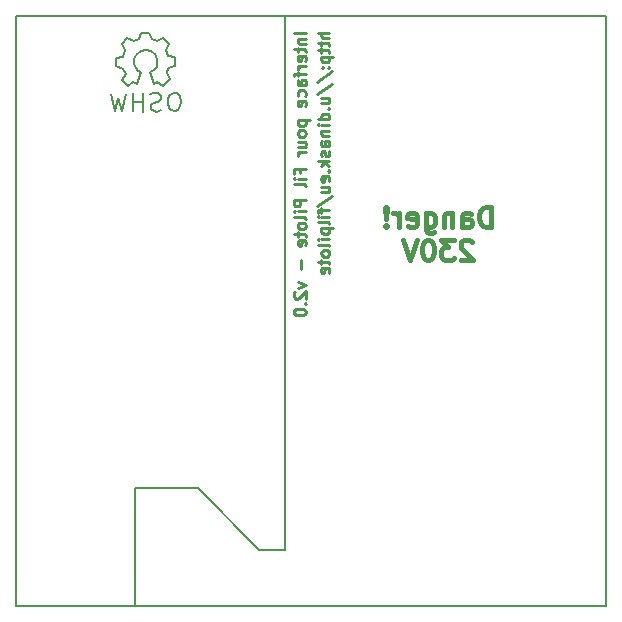
<source format=gbo>
G04 #@! TF.FileFunction,Legend,Bot*
%FSLAX46Y46*%
G04 Gerber Fmt 4.6, Leading zero omitted, Abs format (unit mm)*
G04 Created by KiCad (PCBNEW (2015-09-12 BZR 6188)-product) date sam. 10 oct. 2015 11:50:57 CEST*
%MOMM*%
G01*
G04 APERTURE LIST*
%ADD10C,0.800000*%
%ADD11C,0.200000*%
%ADD12C,0.425000*%
%ADD13C,0.250000*%
%ADD14C,0.150000*%
G04 APERTURE END LIST*
D10*
D11*
X37500000Y-63900000D02*
X37500000Y-73800000D01*
X42800000Y-63900000D02*
X37500000Y-63900000D01*
X48000000Y-69100000D02*
X42800000Y-63900000D01*
X50200000Y-69100000D02*
X48000000Y-69100000D01*
X50200000Y-23900000D02*
X50200000Y-69100000D01*
D12*
X67611904Y-41766548D02*
X67611904Y-40066548D01*
X67207142Y-40066548D01*
X66964285Y-40147500D01*
X66802380Y-40309405D01*
X66721428Y-40471310D01*
X66640476Y-40795119D01*
X66640476Y-41037976D01*
X66721428Y-41361786D01*
X66802380Y-41523690D01*
X66964285Y-41685595D01*
X67207142Y-41766548D01*
X67611904Y-41766548D01*
X65183333Y-41766548D02*
X65183333Y-40876071D01*
X65264285Y-40714167D01*
X65426190Y-40633214D01*
X65749999Y-40633214D01*
X65911904Y-40714167D01*
X65183333Y-41685595D02*
X65345237Y-41766548D01*
X65749999Y-41766548D01*
X65911904Y-41685595D01*
X65992856Y-41523690D01*
X65992856Y-41361786D01*
X65911904Y-41199881D01*
X65749999Y-41118929D01*
X65345237Y-41118929D01*
X65183333Y-41037976D01*
X64373809Y-40633214D02*
X64373809Y-41766548D01*
X64373809Y-40795119D02*
X64292857Y-40714167D01*
X64130952Y-40633214D01*
X63888095Y-40633214D01*
X63726190Y-40714167D01*
X63645238Y-40876071D01*
X63645238Y-41766548D01*
X62107143Y-40633214D02*
X62107143Y-42009405D01*
X62188095Y-42171310D01*
X62269047Y-42252262D01*
X62430952Y-42333214D01*
X62673809Y-42333214D01*
X62835714Y-42252262D01*
X62107143Y-41685595D02*
X62269047Y-41766548D01*
X62592857Y-41766548D01*
X62754762Y-41685595D01*
X62835714Y-41604643D01*
X62916666Y-41442738D01*
X62916666Y-40957024D01*
X62835714Y-40795119D01*
X62754762Y-40714167D01*
X62592857Y-40633214D01*
X62269047Y-40633214D01*
X62107143Y-40714167D01*
X60650000Y-41685595D02*
X60811905Y-41766548D01*
X61135714Y-41766548D01*
X61297619Y-41685595D01*
X61378571Y-41523690D01*
X61378571Y-40876071D01*
X61297619Y-40714167D01*
X61135714Y-40633214D01*
X60811905Y-40633214D01*
X60650000Y-40714167D01*
X60569048Y-40876071D01*
X60569048Y-41037976D01*
X61378571Y-41199881D01*
X59840476Y-41766548D02*
X59840476Y-40633214D01*
X59840476Y-40957024D02*
X59759524Y-40795119D01*
X59678571Y-40714167D01*
X59516667Y-40633214D01*
X59354762Y-40633214D01*
X58788095Y-41604643D02*
X58707143Y-41685595D01*
X58788095Y-41766548D01*
X58869047Y-41685595D01*
X58788095Y-41604643D01*
X58788095Y-41766548D01*
X58788095Y-41118929D02*
X58869047Y-40147500D01*
X58788095Y-40066548D01*
X58707143Y-40147500D01*
X58788095Y-41118929D01*
X58788095Y-40066548D01*
X66033333Y-43033452D02*
X65952381Y-42952500D01*
X65790476Y-42871548D01*
X65385714Y-42871548D01*
X65223810Y-42952500D01*
X65142857Y-43033452D01*
X65061905Y-43195357D01*
X65061905Y-43357262D01*
X65142857Y-43600119D01*
X66114286Y-44571548D01*
X65061905Y-44571548D01*
X64495238Y-42871548D02*
X63442857Y-42871548D01*
X64009524Y-43519167D01*
X63766666Y-43519167D01*
X63604762Y-43600119D01*
X63523809Y-43681071D01*
X63442857Y-43842976D01*
X63442857Y-44247738D01*
X63523809Y-44409643D01*
X63604762Y-44490595D01*
X63766666Y-44571548D01*
X64252381Y-44571548D01*
X64414285Y-44490595D01*
X64495238Y-44409643D01*
X62390476Y-42871548D02*
X62228571Y-42871548D01*
X62066666Y-42952500D01*
X61985714Y-43033452D01*
X61904761Y-43195357D01*
X61823809Y-43519167D01*
X61823809Y-43923929D01*
X61904761Y-44247738D01*
X61985714Y-44409643D01*
X62066666Y-44490595D01*
X62228571Y-44571548D01*
X62390476Y-44571548D01*
X62552380Y-44490595D01*
X62633333Y-44409643D01*
X62714285Y-44247738D01*
X62795237Y-43923929D01*
X62795237Y-43519167D01*
X62714285Y-43195357D01*
X62633333Y-43033452D01*
X62552380Y-42952500D01*
X62390476Y-42871548D01*
X61338094Y-42871548D02*
X60771428Y-44571548D01*
X60204761Y-42871548D01*
D13*
X53952381Y-25333333D02*
X52952381Y-25333333D01*
X53952381Y-25761905D02*
X53428571Y-25761905D01*
X53333333Y-25714286D01*
X53285714Y-25619048D01*
X53285714Y-25476190D01*
X53333333Y-25380952D01*
X53380952Y-25333333D01*
X53285714Y-26095238D02*
X53285714Y-26476190D01*
X52952381Y-26238095D02*
X53809524Y-26238095D01*
X53904762Y-26285714D01*
X53952381Y-26380952D01*
X53952381Y-26476190D01*
X53285714Y-26666667D02*
X53285714Y-27047619D01*
X52952381Y-26809524D02*
X53809524Y-26809524D01*
X53904762Y-26857143D01*
X53952381Y-26952381D01*
X53952381Y-27047619D01*
X53285714Y-27380953D02*
X54285714Y-27380953D01*
X53333333Y-27380953D02*
X53285714Y-27476191D01*
X53285714Y-27666668D01*
X53333333Y-27761906D01*
X53380952Y-27809525D01*
X53476190Y-27857144D01*
X53761905Y-27857144D01*
X53857143Y-27809525D01*
X53904762Y-27761906D01*
X53952381Y-27666668D01*
X53952381Y-27476191D01*
X53904762Y-27380953D01*
X53857143Y-28285715D02*
X53904762Y-28333334D01*
X53952381Y-28285715D01*
X53904762Y-28238096D01*
X53857143Y-28285715D01*
X53952381Y-28285715D01*
X53333333Y-28285715D02*
X53380952Y-28333334D01*
X53428571Y-28285715D01*
X53380952Y-28238096D01*
X53333333Y-28285715D01*
X53428571Y-28285715D01*
X52904762Y-29476191D02*
X54190476Y-28619048D01*
X52904762Y-30523810D02*
X54190476Y-29666667D01*
X53285714Y-31285715D02*
X53952381Y-31285715D01*
X53285714Y-30857143D02*
X53809524Y-30857143D01*
X53904762Y-30904762D01*
X53952381Y-31000000D01*
X53952381Y-31142858D01*
X53904762Y-31238096D01*
X53857143Y-31285715D01*
X53857143Y-31761905D02*
X53904762Y-31809524D01*
X53952381Y-31761905D01*
X53904762Y-31714286D01*
X53857143Y-31761905D01*
X53952381Y-31761905D01*
X53952381Y-32666667D02*
X52952381Y-32666667D01*
X53904762Y-32666667D02*
X53952381Y-32571429D01*
X53952381Y-32380952D01*
X53904762Y-32285714D01*
X53857143Y-32238095D01*
X53761905Y-32190476D01*
X53476190Y-32190476D01*
X53380952Y-32238095D01*
X53333333Y-32285714D01*
X53285714Y-32380952D01*
X53285714Y-32571429D01*
X53333333Y-32666667D01*
X53952381Y-33142857D02*
X53285714Y-33142857D01*
X52952381Y-33142857D02*
X53000000Y-33095238D01*
X53047619Y-33142857D01*
X53000000Y-33190476D01*
X52952381Y-33142857D01*
X53047619Y-33142857D01*
X53285714Y-33619047D02*
X53952381Y-33619047D01*
X53380952Y-33619047D02*
X53333333Y-33666666D01*
X53285714Y-33761904D01*
X53285714Y-33904762D01*
X53333333Y-34000000D01*
X53428571Y-34047619D01*
X53952381Y-34047619D01*
X53952381Y-34952381D02*
X53428571Y-34952381D01*
X53333333Y-34904762D01*
X53285714Y-34809524D01*
X53285714Y-34619047D01*
X53333333Y-34523809D01*
X53904762Y-34952381D02*
X53952381Y-34857143D01*
X53952381Y-34619047D01*
X53904762Y-34523809D01*
X53809524Y-34476190D01*
X53714286Y-34476190D01*
X53619048Y-34523809D01*
X53571429Y-34619047D01*
X53571429Y-34857143D01*
X53523810Y-34952381D01*
X53904762Y-35380952D02*
X53952381Y-35476190D01*
X53952381Y-35666666D01*
X53904762Y-35761905D01*
X53809524Y-35809524D01*
X53761905Y-35809524D01*
X53666667Y-35761905D01*
X53619048Y-35666666D01*
X53619048Y-35523809D01*
X53571429Y-35428571D01*
X53476190Y-35380952D01*
X53428571Y-35380952D01*
X53333333Y-35428571D01*
X53285714Y-35523809D01*
X53285714Y-35666666D01*
X53333333Y-35761905D01*
X53952381Y-36238095D02*
X52952381Y-36238095D01*
X53571429Y-36333333D02*
X53952381Y-36619048D01*
X53285714Y-36619048D02*
X53666667Y-36238095D01*
X53857143Y-37047619D02*
X53904762Y-37095238D01*
X53952381Y-37047619D01*
X53904762Y-37000000D01*
X53857143Y-37047619D01*
X53952381Y-37047619D01*
X53904762Y-37904762D02*
X53952381Y-37809524D01*
X53952381Y-37619047D01*
X53904762Y-37523809D01*
X53809524Y-37476190D01*
X53428571Y-37476190D01*
X53333333Y-37523809D01*
X53285714Y-37619047D01*
X53285714Y-37809524D01*
X53333333Y-37904762D01*
X53428571Y-37952381D01*
X53523810Y-37952381D01*
X53619048Y-37476190D01*
X53285714Y-38809524D02*
X53952381Y-38809524D01*
X53285714Y-38380952D02*
X53809524Y-38380952D01*
X53904762Y-38428571D01*
X53952381Y-38523809D01*
X53952381Y-38666667D01*
X53904762Y-38761905D01*
X53857143Y-38809524D01*
X52904762Y-40000000D02*
X54190476Y-39142857D01*
X53285714Y-40190476D02*
X53285714Y-40571428D01*
X53952381Y-40333333D02*
X53095238Y-40333333D01*
X53000000Y-40380952D01*
X52952381Y-40476190D01*
X52952381Y-40571428D01*
X53952381Y-40904762D02*
X53285714Y-40904762D01*
X52952381Y-40904762D02*
X53000000Y-40857143D01*
X53047619Y-40904762D01*
X53000000Y-40952381D01*
X52952381Y-40904762D01*
X53047619Y-40904762D01*
X53952381Y-41523809D02*
X53904762Y-41428571D01*
X53809524Y-41380952D01*
X52952381Y-41380952D01*
X53285714Y-41904762D02*
X54285714Y-41904762D01*
X53333333Y-41904762D02*
X53285714Y-42000000D01*
X53285714Y-42190477D01*
X53333333Y-42285715D01*
X53380952Y-42333334D01*
X53476190Y-42380953D01*
X53761905Y-42380953D01*
X53857143Y-42333334D01*
X53904762Y-42285715D01*
X53952381Y-42190477D01*
X53952381Y-42000000D01*
X53904762Y-41904762D01*
X53952381Y-42809524D02*
X53285714Y-42809524D01*
X52952381Y-42809524D02*
X53000000Y-42761905D01*
X53047619Y-42809524D01*
X53000000Y-42857143D01*
X52952381Y-42809524D01*
X53047619Y-42809524D01*
X53952381Y-43428571D02*
X53904762Y-43333333D01*
X53809524Y-43285714D01*
X52952381Y-43285714D01*
X53952381Y-43952381D02*
X53904762Y-43857143D01*
X53857143Y-43809524D01*
X53761905Y-43761905D01*
X53476190Y-43761905D01*
X53380952Y-43809524D01*
X53333333Y-43857143D01*
X53285714Y-43952381D01*
X53285714Y-44095239D01*
X53333333Y-44190477D01*
X53380952Y-44238096D01*
X53476190Y-44285715D01*
X53761905Y-44285715D01*
X53857143Y-44238096D01*
X53904762Y-44190477D01*
X53952381Y-44095239D01*
X53952381Y-43952381D01*
X53285714Y-44571429D02*
X53285714Y-44952381D01*
X52952381Y-44714286D02*
X53809524Y-44714286D01*
X53904762Y-44761905D01*
X53952381Y-44857143D01*
X53952381Y-44952381D01*
X53904762Y-45666668D02*
X53952381Y-45571430D01*
X53952381Y-45380953D01*
X53904762Y-45285715D01*
X53809524Y-45238096D01*
X53428571Y-45238096D01*
X53333333Y-45285715D01*
X53285714Y-45380953D01*
X53285714Y-45571430D01*
X53333333Y-45666668D01*
X53428571Y-45714287D01*
X53523810Y-45714287D01*
X53619048Y-45238096D01*
X51952381Y-25371427D02*
X50952381Y-25371427D01*
X51285714Y-25847617D02*
X51952381Y-25847617D01*
X51380952Y-25847617D02*
X51333333Y-25895236D01*
X51285714Y-25990474D01*
X51285714Y-26133332D01*
X51333333Y-26228570D01*
X51428571Y-26276189D01*
X51952381Y-26276189D01*
X51285714Y-26609522D02*
X51285714Y-26990474D01*
X50952381Y-26752379D02*
X51809524Y-26752379D01*
X51904762Y-26799998D01*
X51952381Y-26895236D01*
X51952381Y-26990474D01*
X51904762Y-27704761D02*
X51952381Y-27609523D01*
X51952381Y-27419046D01*
X51904762Y-27323808D01*
X51809524Y-27276189D01*
X51428571Y-27276189D01*
X51333333Y-27323808D01*
X51285714Y-27419046D01*
X51285714Y-27609523D01*
X51333333Y-27704761D01*
X51428571Y-27752380D01*
X51523810Y-27752380D01*
X51619048Y-27276189D01*
X51952381Y-28180951D02*
X51285714Y-28180951D01*
X51476190Y-28180951D02*
X51380952Y-28228570D01*
X51333333Y-28276189D01*
X51285714Y-28371427D01*
X51285714Y-28466666D01*
X51285714Y-28657142D02*
X51285714Y-29038094D01*
X51952381Y-28799999D02*
X51095238Y-28799999D01*
X51000000Y-28847618D01*
X50952381Y-28942856D01*
X50952381Y-29038094D01*
X51952381Y-29800000D02*
X51428571Y-29800000D01*
X51333333Y-29752381D01*
X51285714Y-29657143D01*
X51285714Y-29466666D01*
X51333333Y-29371428D01*
X51904762Y-29800000D02*
X51952381Y-29704762D01*
X51952381Y-29466666D01*
X51904762Y-29371428D01*
X51809524Y-29323809D01*
X51714286Y-29323809D01*
X51619048Y-29371428D01*
X51571429Y-29466666D01*
X51571429Y-29704762D01*
X51523810Y-29800000D01*
X51904762Y-30704762D02*
X51952381Y-30609524D01*
X51952381Y-30419047D01*
X51904762Y-30323809D01*
X51857143Y-30276190D01*
X51761905Y-30228571D01*
X51476190Y-30228571D01*
X51380952Y-30276190D01*
X51333333Y-30323809D01*
X51285714Y-30419047D01*
X51285714Y-30609524D01*
X51333333Y-30704762D01*
X51904762Y-31514286D02*
X51952381Y-31419048D01*
X51952381Y-31228571D01*
X51904762Y-31133333D01*
X51809524Y-31085714D01*
X51428571Y-31085714D01*
X51333333Y-31133333D01*
X51285714Y-31228571D01*
X51285714Y-31419048D01*
X51333333Y-31514286D01*
X51428571Y-31561905D01*
X51523810Y-31561905D01*
X51619048Y-31085714D01*
X51285714Y-32752381D02*
X52285714Y-32752381D01*
X51333333Y-32752381D02*
X51285714Y-32847619D01*
X51285714Y-33038096D01*
X51333333Y-33133334D01*
X51380952Y-33180953D01*
X51476190Y-33228572D01*
X51761905Y-33228572D01*
X51857143Y-33180953D01*
X51904762Y-33133334D01*
X51952381Y-33038096D01*
X51952381Y-32847619D01*
X51904762Y-32752381D01*
X51952381Y-33800000D02*
X51904762Y-33704762D01*
X51857143Y-33657143D01*
X51761905Y-33609524D01*
X51476190Y-33609524D01*
X51380952Y-33657143D01*
X51333333Y-33704762D01*
X51285714Y-33800000D01*
X51285714Y-33942858D01*
X51333333Y-34038096D01*
X51380952Y-34085715D01*
X51476190Y-34133334D01*
X51761905Y-34133334D01*
X51857143Y-34085715D01*
X51904762Y-34038096D01*
X51952381Y-33942858D01*
X51952381Y-33800000D01*
X51285714Y-34990477D02*
X51952381Y-34990477D01*
X51285714Y-34561905D02*
X51809524Y-34561905D01*
X51904762Y-34609524D01*
X51952381Y-34704762D01*
X51952381Y-34847620D01*
X51904762Y-34942858D01*
X51857143Y-34990477D01*
X51952381Y-35466667D02*
X51285714Y-35466667D01*
X51476190Y-35466667D02*
X51380952Y-35514286D01*
X51333333Y-35561905D01*
X51285714Y-35657143D01*
X51285714Y-35752382D01*
X51428571Y-37180954D02*
X51428571Y-36847620D01*
X51952381Y-36847620D02*
X50952381Y-36847620D01*
X50952381Y-37323811D01*
X51952381Y-37704763D02*
X51285714Y-37704763D01*
X50952381Y-37704763D02*
X51000000Y-37657144D01*
X51047619Y-37704763D01*
X51000000Y-37752382D01*
X50952381Y-37704763D01*
X51047619Y-37704763D01*
X51952381Y-38323810D02*
X51904762Y-38228572D01*
X51809524Y-38180953D01*
X50952381Y-38180953D01*
X51952381Y-39466668D02*
X50952381Y-39466668D01*
X50952381Y-39847621D01*
X51000000Y-39942859D01*
X51047619Y-39990478D01*
X51142857Y-40038097D01*
X51285714Y-40038097D01*
X51380952Y-39990478D01*
X51428571Y-39942859D01*
X51476190Y-39847621D01*
X51476190Y-39466668D01*
X51952381Y-40466668D02*
X51285714Y-40466668D01*
X50952381Y-40466668D02*
X51000000Y-40419049D01*
X51047619Y-40466668D01*
X51000000Y-40514287D01*
X50952381Y-40466668D01*
X51047619Y-40466668D01*
X51952381Y-41085715D02*
X51904762Y-40990477D01*
X51809524Y-40942858D01*
X50952381Y-40942858D01*
X51952381Y-41609525D02*
X51904762Y-41514287D01*
X51857143Y-41466668D01*
X51761905Y-41419049D01*
X51476190Y-41419049D01*
X51380952Y-41466668D01*
X51333333Y-41514287D01*
X51285714Y-41609525D01*
X51285714Y-41752383D01*
X51333333Y-41847621D01*
X51380952Y-41895240D01*
X51476190Y-41942859D01*
X51761905Y-41942859D01*
X51857143Y-41895240D01*
X51904762Y-41847621D01*
X51952381Y-41752383D01*
X51952381Y-41609525D01*
X51285714Y-42228573D02*
X51285714Y-42609525D01*
X50952381Y-42371430D02*
X51809524Y-42371430D01*
X51904762Y-42419049D01*
X51952381Y-42514287D01*
X51952381Y-42609525D01*
X51904762Y-43323812D02*
X51952381Y-43228574D01*
X51952381Y-43038097D01*
X51904762Y-42942859D01*
X51809524Y-42895240D01*
X51428571Y-42895240D01*
X51333333Y-42942859D01*
X51285714Y-43038097D01*
X51285714Y-43228574D01*
X51333333Y-43323812D01*
X51428571Y-43371431D01*
X51523810Y-43371431D01*
X51619048Y-42895240D01*
X51571429Y-44561907D02*
X51571429Y-45323812D01*
X51285714Y-46466669D02*
X51952381Y-46704764D01*
X51285714Y-46942860D01*
X51047619Y-47276193D02*
X51000000Y-47323812D01*
X50952381Y-47419050D01*
X50952381Y-47657146D01*
X51000000Y-47752384D01*
X51047619Y-47800003D01*
X51142857Y-47847622D01*
X51238095Y-47847622D01*
X51380952Y-47800003D01*
X51952381Y-47228574D01*
X51952381Y-47847622D01*
X51857143Y-48276193D02*
X51904762Y-48323812D01*
X51952381Y-48276193D01*
X51904762Y-48228574D01*
X51857143Y-48276193D01*
X51952381Y-48276193D01*
X50952381Y-48942859D02*
X50952381Y-49038098D01*
X51000000Y-49133336D01*
X51047619Y-49180955D01*
X51142857Y-49228574D01*
X51333333Y-49276193D01*
X51571429Y-49276193D01*
X51761905Y-49228574D01*
X51857143Y-49180955D01*
X51904762Y-49133336D01*
X51952381Y-49038098D01*
X51952381Y-48942859D01*
X51904762Y-48847621D01*
X51857143Y-48800002D01*
X51761905Y-48752383D01*
X51571429Y-48704764D01*
X51333333Y-48704764D01*
X51142857Y-48752383D01*
X51047619Y-48800002D01*
X51000000Y-48847621D01*
X50952381Y-48942859D01*
D14*
X27400000Y-23900000D02*
X77400000Y-23900000D01*
X27400000Y-73900000D02*
X27400000Y-23900000D01*
X77400000Y-73900000D02*
X27400000Y-73900000D01*
X77400000Y-23900000D02*
X77400000Y-73900000D01*
X36731220Y-30489860D02*
X36370540Y-31960520D01*
X36370540Y-31960520D02*
X36091140Y-30898800D01*
X36091140Y-30898800D02*
X35781260Y-31970680D01*
X35781260Y-31970680D02*
X35440900Y-30520340D01*
X38151080Y-31180740D02*
X37361140Y-31170580D01*
X37361140Y-31170580D02*
X37350980Y-31180740D01*
X37350980Y-31180740D02*
X37350980Y-31170580D01*
X37310340Y-30459380D02*
X37310340Y-32001160D01*
X38199340Y-30449220D02*
X38199340Y-32018940D01*
X38199340Y-32018940D02*
X38189180Y-32008780D01*
X38750520Y-30550820D02*
X39101040Y-30469540D01*
X39101040Y-30469540D02*
X39421080Y-30459380D01*
X39421080Y-30459380D02*
X39659840Y-30660040D01*
X39659840Y-30660040D02*
X39690320Y-30929280D01*
X39690320Y-30929280D02*
X39449020Y-31170580D01*
X39449020Y-31170580D02*
X39060400Y-31300120D01*
X39060400Y-31300120D02*
X38880060Y-31460140D01*
X38880060Y-31460140D02*
X38839420Y-31759860D01*
X38839420Y-31759860D02*
X39070560Y-31980840D01*
X39070560Y-31980840D02*
X39390600Y-32008780D01*
X39390600Y-32008780D02*
X39741120Y-31899560D01*
X40779980Y-30449220D02*
X41028900Y-30469540D01*
X41028900Y-30469540D02*
X41270200Y-30710840D01*
X41270200Y-30710840D02*
X41359100Y-31201060D01*
X41359100Y-31201060D02*
X41331160Y-31549040D01*
X41331160Y-31549040D02*
X41130500Y-31869080D01*
X41130500Y-31869080D02*
X40879040Y-31991000D01*
X40879040Y-31991000D02*
X40569160Y-31919880D01*
X40569160Y-31919880D02*
X40350720Y-31739540D01*
X40350720Y-31739540D02*
X40279600Y-31279800D01*
X40279600Y-31279800D02*
X40330400Y-30870860D01*
X40330400Y-30870860D02*
X40439620Y-30588920D01*
X40439620Y-30588920D02*
X40800300Y-30459380D01*
X40180540Y-28729640D02*
X40439620Y-29290980D01*
X40439620Y-29290980D02*
X39901140Y-29809140D01*
X39901140Y-29809140D02*
X39380440Y-29539900D01*
X39380440Y-29539900D02*
X39101040Y-29699920D01*
X37660860Y-29679600D02*
X37330660Y-29489100D01*
X37330660Y-29489100D02*
X36891240Y-29819300D01*
X36891240Y-29819300D02*
X36418800Y-29329080D01*
X36418800Y-29329080D02*
X36700740Y-28849020D01*
X36700740Y-28849020D02*
X36510240Y-28379120D01*
X36510240Y-28379120D02*
X35900640Y-28191160D01*
X35900640Y-28191160D02*
X35900640Y-27510440D01*
X35900640Y-27510440D02*
X36459440Y-27370740D01*
X36459440Y-27370740D02*
X36660100Y-26799240D01*
X36660100Y-26799240D02*
X36390860Y-26329340D01*
X36390860Y-26329340D02*
X36860760Y-25818800D01*
X36860760Y-25818800D02*
X37378920Y-26080420D01*
X37378920Y-26080420D02*
X37848820Y-25879760D01*
X37848820Y-25879760D02*
X38019000Y-25338740D01*
X38019000Y-25338740D02*
X38709880Y-25320960D01*
X38709880Y-25320960D02*
X38920700Y-25869600D01*
X38920700Y-25869600D02*
X39339800Y-26039780D01*
X39339800Y-26039780D02*
X39890980Y-25770540D01*
X39890980Y-25770540D02*
X40409140Y-26298860D01*
X40409140Y-26298860D02*
X40160220Y-26839880D01*
X40160220Y-26839880D02*
X40330400Y-27319940D01*
X40330400Y-27319940D02*
X40879040Y-27419000D01*
X40879040Y-27419000D02*
X40889200Y-28120040D01*
X40889200Y-28120040D02*
X40330400Y-28320700D01*
X40330400Y-28320700D02*
X40190700Y-28719480D01*
X38049480Y-28699160D02*
X37749760Y-28549300D01*
X37749760Y-28549300D02*
X37549100Y-28351180D01*
X37549100Y-28351180D02*
X37399240Y-27949860D01*
X37399240Y-27949860D02*
X37399240Y-27551080D01*
X37399240Y-27551080D02*
X37549100Y-27200560D01*
X37549100Y-27200560D02*
X38001220Y-26850040D01*
X38001220Y-26850040D02*
X38450800Y-26799240D01*
X38450800Y-26799240D02*
X38849580Y-26900840D01*
X38849580Y-26900840D02*
X39250900Y-27248820D01*
X39250900Y-27248820D02*
X39400760Y-27700940D01*
X39400760Y-27700940D02*
X39349960Y-28198780D01*
X39349960Y-28198780D02*
X39101040Y-28501040D01*
X39101040Y-28501040D02*
X38750520Y-28699160D01*
X38750520Y-28699160D02*
X39101040Y-29699920D01*
X38049480Y-28699160D02*
X37650700Y-29699920D01*
M02*

</source>
